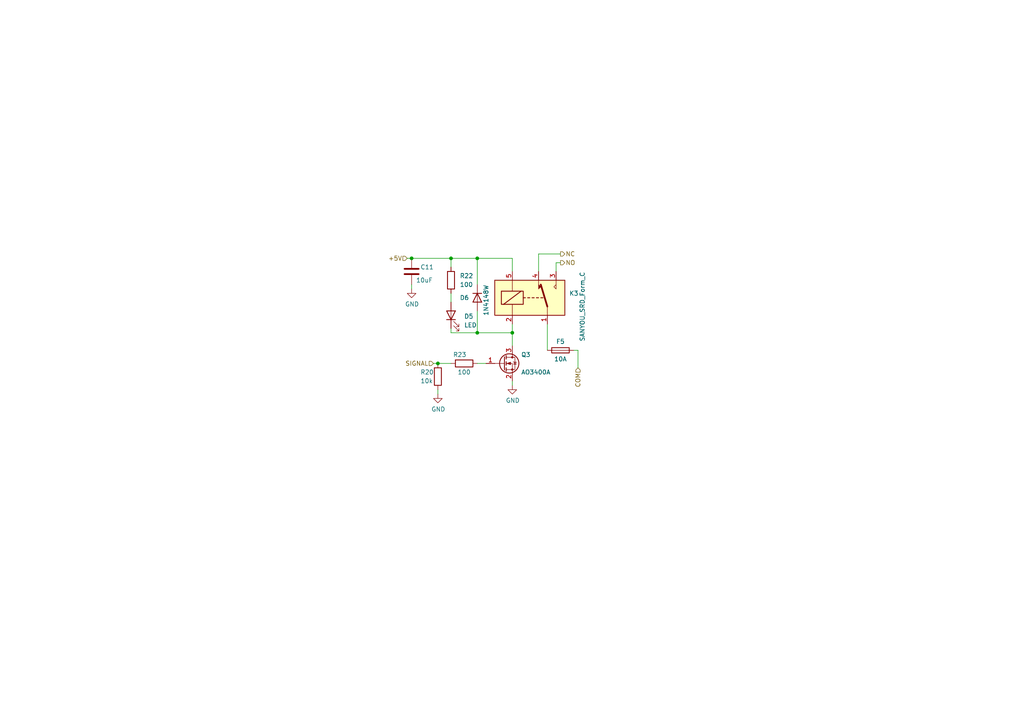
<source format=kicad_sch>
(kicad_sch (version 20211123) (generator eeschema)
  (paper "A4")
  (lib_symbols
    (symbol "Device:C" (pin_numbers hide) (pin_names (offset 0.254))
      (property "Reference" "C" (at 0.635 2.54 0))
      (property "Value" "C" (at 0.635 -2.54 0))
      (symbol "C_0_1"
        (polyline (pts (xy -2.032 -0.762) (xy 2.032 -0.762)) (stroke (width 0.508)))
        (polyline (pts (xy -2.032 0.762) (xy 2.032 0.762)) (stroke (width 0.508)))
      )
      (symbol "C_1_1"
        (pin passive line (at 0 3.81 270) (length 2.794) (name "~") (number "1"))
        (pin passive line (at 0 -3.81 90) (length 2.794) (name "~") (number "2"))
      )
    )
    (symbol "Device:Fuse" (pin_numbers hide) (pin_names (offset 0))
      (property "Reference" "F" (at 2.032 0 90))
      (property "Value" "Fuse" (at -1.905 0 90))
      (symbol "Fuse_0_1"
        (rectangle (start -0.762 -2.54) (end 0.762 2.54) (stroke (width 0.254)))
        (polyline (pts (xy 0 2.54) (xy 0 -2.54)))
      )
      (symbol "Fuse_1_1"
        (pin passive line (at 0 3.81 270) (length 1.27) (name "~") (number "1"))
        (pin passive line (at 0 -3.81 90) (length 1.27) (name "~") (number "2"))
      )
    )
    (symbol "Device:LED" (pin_numbers hide) (pin_names (offset 1.016) hide)
      (property "Reference" "D" (at 0 2.54 0))
      (property "Value" "LED" (at 0 -2.54 0))
      (symbol "LED_0_1"
        (polyline (pts (xy -1.27 -1.27) (xy -1.27 1.27)) (stroke (width 0.254)))
        (polyline (pts (xy -1.27 0) (xy 1.27 0)))
        (polyline (pts (xy 1.27 -1.27) (xy 1.27 1.27) (xy -1.27 0) (xy 1.27 -1.27)) (stroke (width 0.254)))
        (polyline (pts (xy -3.048 -0.762) (xy -4.572 -2.286) (xy -3.81 -2.286) (xy -4.572 -2.286) (xy -4.572 -1.524)))
        (polyline (pts (xy -1.778 -0.762) (xy -3.302 -2.286) (xy -2.54 -2.286) (xy -3.302 -2.286) (xy -3.302 -1.524)))
      )
      (symbol "LED_1_1"
        (pin passive line (at -3.81 0 0) (length 2.54) (name "K") (number "1"))
        (pin passive line (at 3.81 0 180) (length 2.54) (name "A") (number "2"))
      )
    )
    (symbol "Device:R" (pin_numbers hide) (pin_names (offset 0))
      (property "Reference" "R" (at 2.032 0 90))
      (property "Value" "R" (at 0 0 90))
      (symbol "R_0_1"
        (rectangle (start -1.016 -2.54) (end 1.016 2.54) (stroke (width 0.254)))
      )
      (symbol "R_1_1"
        (pin passive line (at 0 3.81 270) (length 1.27) (name "~") (number "1"))
        (pin passive line (at 0 -3.81 90) (length 1.27) (name "~") (number "2"))
      )
    )
    (symbol "Diode:1N4148W" (pin_numbers hide) (pin_names (offset 1.016) hide)
      (property "Reference" "D" (at 0 2.54 0))
      (property "Value" "1N4148W" (at 0 -2.54 0))
      (symbol "1N4148W_0_1"
        (polyline (pts (xy -1.27 1.27) (xy -1.27 -1.27)) (stroke (width 0.254)))
        (polyline (pts (xy 1.27 0) (xy -1.27 0)))
        (polyline (pts (xy 1.27 1.27) (xy 1.27 -1.27) (xy -1.27 0) (xy 1.27 1.27)) (stroke (width 0.254)))
      )
      (symbol "1N4148W_1_1"
        (pin passive line (at -3.81 0 0) (length 2.54) (name "K") (number "1"))
        (pin passive line (at 3.81 0 180) (length 2.54) (name "A") (number "2"))
      )
    )
    (symbol "Relay:SANYOU_SRD_Form_C"
      (property "Reference" "K" (at 11.43 3.81 0))
      (property "Value" "SANYOU_SRD_Form_C" (at 11.43 1.27 0))
      (symbol "SANYOU_SRD_Form_C_0_0"
        (polyline (pts (xy 7.62 5.08) (xy 7.62 2.54) (xy 6.985 3.175) (xy 7.62 3.81)))
      )
      (symbol "SANYOU_SRD_Form_C_0_1"
        (rectangle (start -10.16 5.08) (end 10.16 -5.08) (stroke (width 0.254)) (fill (type background)))
        (rectangle (start -8.255 1.905) (end -1.905 -1.905) (stroke (width 0.254)))
        (polyline (pts (xy -7.62 -1.905) (xy -2.54 1.905)) (stroke (width 0.254)))
        (polyline (pts (xy -5.08 -5.08) (xy -5.08 -1.905)))
        (polyline (pts (xy -5.08 5.08) (xy -5.08 1.905)))
        (polyline (pts (xy -1.905 0) (xy -1.27 0)) (stroke (width 0.254)))
        (polyline (pts (xy -0.635 0) (xy 0 0)) (stroke (width 0.254)))
        (polyline (pts (xy 0.635 0) (xy 1.27 0)) (stroke (width 0.254)))
        (polyline (pts (xy 1.905 0) (xy 2.54 0)) (stroke (width 0.254)))
        (polyline (pts (xy 3.175 0) (xy 3.81 0)) (stroke (width 0.254)))
        (polyline (pts (xy 5.08 -2.54) (xy 3.175 3.81)) (stroke (width 0.508)))
        (polyline (pts (xy 5.08 -2.54) (xy 5.08 -5.08)))
      )
      (symbol "SANYOU_SRD_Form_C_1_1"
        (polyline (pts (xy 2.54 3.81) (xy 3.175 3.175) (xy 2.54 2.54) (xy 2.54 5.08)) (fill (type outline)))
        (pin passive line (at 5.08 -7.62 90) (length 2.54) (name "~") (number "1"))
        (pin passive line (at -5.08 -7.62 90) (length 2.54) (name "~") (number "2"))
        (pin passive line (at 7.62 7.62 270) (length 2.54) (name "~") (number "3"))
        (pin passive line (at 2.54 7.62 270) (length 2.54) (name "~") (number "4"))
        (pin passive line (at -5.08 7.62 270) (length 2.54) (name "~") (number "5"))
      )
    )
    (symbol "Transistor_FET:AO3400A" (pin_names hide)
      (property "Reference" "Q" (at 5.08 1.905 0))
      (property "Value" "AO3400A" (at 5.08 0 0))
      (symbol "AO3400A_0_1"
        (polyline (pts (xy 0.254 0) (xy -2.54 0)))
        (polyline (pts (xy 0.254 1.905) (xy 0.254 -1.905)) (stroke (width 0.254)))
        (polyline (pts (xy 0.762 -1.27) (xy 0.762 -2.286)) (stroke (width 0.254)))
        (polyline (pts (xy 0.762 0.508) (xy 0.762 -0.508)) (stroke (width 0.254)))
        (polyline (pts (xy 0.762 2.286) (xy 0.762 1.27)) (stroke (width 0.254)))
        (polyline (pts (xy 2.54 2.54) (xy 2.54 1.778)))
        (polyline (pts (xy 2.54 -2.54) (xy 2.54 0) (xy 0.762 0)))
        (polyline (pts (xy 0.762 -1.778) (xy 3.302 -1.778) (xy 3.302 1.778) (xy 0.762 1.778)))
        (polyline (pts (xy 1.016 0) (xy 2.032 0.381) (xy 2.032 -0.381) (xy 1.016 0)) (fill (type outline)))
        (polyline (pts (xy 2.794 0.508) (xy 2.921 0.381) (xy 3.683 0.381) (xy 3.81 0.254)))
        (polyline (pts (xy 3.302 0.381) (xy 2.921 -0.254) (xy 3.683 -0.254) (xy 3.302 0.381)))
        (circle (center 1.651 0) (radius 2.794) (stroke (width 0.254)))
        (circle (center 2.54 -1.778) (radius 0.254) (fill (type outline)))
        (circle (center 2.54 1.778) (radius 0.254) (fill (type outline)))
      )
      (symbol "AO3400A_1_1"
        (pin input line (at -5.08 0 0) (length 2.54) (name "G") (number "1"))
        (pin passive line (at 2.54 -5.08 90) (length 2.54) (name "S") (number "2"))
        (pin passive line (at 2.54 5.08 270) (length 2.54) (name "D") (number "3"))
      )
    )
    (symbol "power:GND" (power) (pin_names (offset 0))
      (property "Value" "GND" (at 0 -3.81 0))
      (symbol "GND_0_1"
        (polyline (pts (xy 0 0) (xy 0 -1.27) (xy 1.27 -1.27) (xy 0 -2.54) (xy -1.27 -1.27) (xy 0 -1.27)))
      )
      (symbol "GND_1_1"
        (pin power_in line (at 0 0 270) (length 0) hide (name "GND") (number "1"))
      )
    )
  )
  (junction (at 127 105.41))
  (junction (at 138.43 74.93))
  (junction (at 138.43 96.52))
  (junction (at 130.81 74.93))
  (junction (at 119.38 74.93))
  (junction (at 148.59 96.52))
  (wire (pts (xy 148.59 93.98) (xy 148.59 96.52)))
  (wire (pts (xy 148.59 74.93) (xy 138.43 74.93)))
  (wire (pts (xy 125.73 105.41) (xy 127 105.41)))
  (wire (pts (xy 148.59 96.52) (xy 148.59 100.33)))
  (wire (pts (xy 167.64 106.68) (xy 167.64 101.6)))
  (wire (pts (xy 130.81 96.52) (xy 138.43 96.52)))
  (wire (pts (xy 138.43 105.41) (xy 140.97 105.41)))
  (wire (pts (xy 167.64 101.6) (xy 166.37 101.6)))
  (wire (pts (xy 118.11 74.93) (xy 119.38 74.93)))
  (wire (pts (xy 162.56 76.2) (xy 161.29 76.2)))
  (wire (pts (xy 130.81 85.09) (xy 130.81 87.63)))
  (wire (pts (xy 148.59 96.52) (xy 138.43 96.52)))
  (wire (pts (xy 130.81 74.93) (xy 138.43 74.93)))
  (wire (pts (xy 119.38 74.93) (xy 130.81 74.93)))
  (wire (pts (xy 127 105.41) (xy 130.81 105.41)))
  (wire (pts (xy 156.21 73.66) (xy 156.21 78.74)))
  (wire (pts (xy 148.59 78.74) (xy 148.59 74.93)))
  (wire (pts (xy 138.43 74.93) (xy 138.43 82.55)))
  (wire (pts (xy 119.38 83.82) (xy 119.38 82.55)))
  (wire (pts (xy 130.81 95.25) (xy 130.81 96.52)))
  (wire (pts (xy 162.56 73.66) (xy 156.21 73.66)))
  (wire (pts (xy 158.75 93.98) (xy 158.75 101.6)))
  (wire (pts (xy 127 114.3) (xy 127 113.03)))
  (wire (pts (xy 138.43 90.17) (xy 138.43 96.52)))
  (wire (pts (xy 161.29 76.2) (xy 161.29 78.74)))
  (wire (pts (xy 148.59 111.76) (xy 148.59 110.49)))
  (wire (pts (xy 130.81 77.47) (xy 130.81 74.93)))
  (hierarchical_label "NO" (shape output) (at 162.56 76.2 0))
  (hierarchical_label "+5V" (shape input) (at 118.11 74.93 180))
  (hierarchical_label "SIGNAL" (shape input) (at 125.73 105.41 180))
  (hierarchical_label "COM" (shape input) (at 167.64 106.68 270))
  (hierarchical_label "NC" (shape output) (at 162.56 73.66 0))
  (symbol (lib_id "Transistor_FET:AO3400A") (at 146.05 105.41 0)
    (property "Reference" "Q3" (at 151.13 102.87 0) (effects (justify left)))
    (property "Value" "AO3400A" (at 151.13 107.95 0) (effects (justify left)))
    (property "Footprint" "Package_TO_SOT_SMD:SOT-23" (effects hide))
    (property "Datasheet" "http://www.aosmd.com/pdfs/datasheet/AO3400A.pdf" (effects hide))
  )
  (symbol (lib_id "Device:C") (at 119.38 78.74 0)
    (property "Reference" "C11" (at 121.92 77.47 0) (effects (justify left)))
    (property "Value" "10uF" (at 120.65 81.28 0) (effects (justify left)))
    (property "Footprint" "Capacitor_SMD:C_0603_1608Metric" (effects hide))
  )
  (symbol (lib_id "Diode:1N4148W") (at 138.43 86.36 270)
    (property "Reference" "D6" (at 133.35 86.36 90) (effects (justify left)))
    (property "Value" "1N4148W" (at 140.97 82.55 0) (effects (justify left)))
    (property "Footprint" "Diode_SMD:D_SOD-123" (effects hide))
    (property "Datasheet" "https://www.vishay.com/docs/85748/1n4148w.pdf" (effects hide))
  )
  (symbol (lib_id "power:GND") (at 119.38 83.82 0)
    (property "Reference" "#PWR0129" (effects hide))
    (property "Value" "GND" (at 119.507 88.2142 0))
  )
  (symbol (lib_id "Device:Fuse") (at 162.56 101.6 90)
    (property "Reference" "F5" (at 162.56 99.06 90))
    (property "Value" "10A" (at 162.56 104.14 90))
    (property "Footprint" "custom_librarys:Flachsicherung" (effects hide))
  )
  (symbol (lib_id "Device:R") (at 134.62 105.41 90)
    (property "Reference" "R23" (at 133.35 102.87 90))
    (property "Value" "100" (at 134.62 107.95 90))
    (property "Footprint" "Resistor_SMD:R_0603_1608Metric" (effects hide))
  )
  (symbol (lib_id "Device:R") (at 127 109.22 0)
    (property "Reference" "R20" (at 121.92 107.95 0) (effects (justify left)))
    (property "Value" "10k" (at 121.92 110.49 0) (effects (justify left)))
    (property "Footprint" "Resistor_SMD:R_0603_1608Metric" (effects hide))
  )
  (symbol (lib_id "Device:LED") (at 130.81 91.44 90)
    (property "Reference" "D5" (at 134.62 91.7574 90) (effects (justify right)))
    (property "Value" "LED" (at 134.62 94.2974 90) (effects (justify right)))
    (property "Footprint" "LED_SMD:LED_0805_2012Metric_Pad1.15x1.40mm_HandSolder" (effects hide))
  )
  (symbol (lib_id "Relay:SANYOU_SRD_Form_C") (at 153.67 86.36 0)
    (property "Reference" "K3" (at 165.1 85.0899 0) (effects (justify left)))
    (property "Value" "SANYOU_SRD_Form_C" (at 168.91 99.06 90) (effects (justify left)))
    (property "Footprint" "Relay_THT:Relay_SPDT_SANYOU_SRD_Series_Form_C" (effects hide))
    (property "Datasheet" "http://www.sanyourelay.ca/public/products/pdf/SRD.pdf" (effects hide))
  )
  (symbol (lib_id "Device:R") (at 130.81 81.28 0)
    (property "Reference" "R22" (at 133.35 80.0099 0) (effects (justify left)))
    (property "Value" "100" (at 133.35 82.5499 0) (effects (justify left)))
    (property "Footprint" "Resistor_SMD:R_0603_1608Metric" (effects hide))
  )
  (symbol (lib_id "power:GND") (at 148.59 111.76 0)
    (property "Reference" "#PWR0127" (effects hide))
    (property "Value" "GND" (at 148.717 116.1542 0))
  )
  (symbol (lib_id "power:GND") (at 127 114.3 0)
    (property "Reference" "#PWR0128" (effects hide))
    (property "Value" "GND" (at 127.127 118.6942 0))
  )
)
</source>
